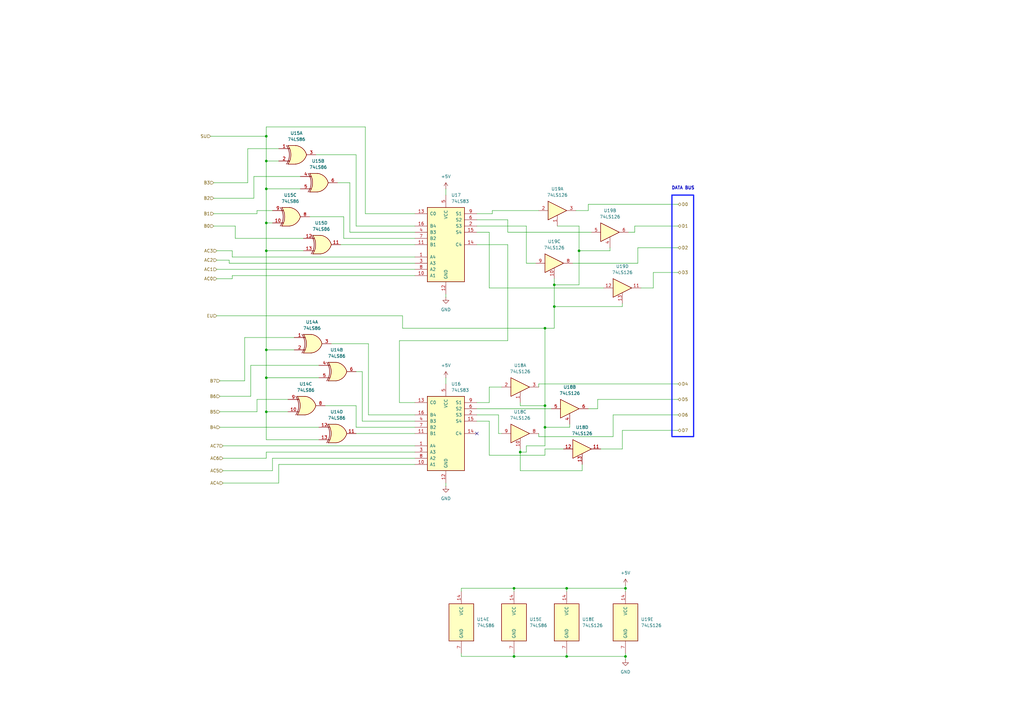
<source format=kicad_sch>
(kicad_sch (version 20231120) (generator "eeschema") (generator_version "8.0")
  (paper "A3")
  (title_block (title "ISAP-1 COMPUTER") (date "2025-01-19") (rev "Version 1.1") (comment 1 "by Linca Marius Gheorghe") (comment 3 "ISAP-1 Computer Model A"))
  (lib_symbols
    (symbol "74xx:74LS126" (pin_names (offset 1.016))
      (property "Reference" "U" (at 0 1.27 0))
      (property "Value" "74LS126" (at 0 -1.27 0))
      (symbol "74LS126_1_0"
        (polyline (pts (xy -3.81 3.81) (xy -3.81 -3.81) (xy 3.81 0) (xy -3.81 3.81)) (stroke (width 0.254)) (fill (type background)))
        (pin input line (at 0 -6.35 90) (length 4.445) (name "~") (number "1"))
        (pin input line (at -7.62 0 0) (length 3.81) (name "~") (number "2"))
        (pin tri_state line (at 7.62 0 180) (length 3.81) (name "~") (number "3"))
      )
      (symbol "74LS126_2_0"
        (polyline (pts (xy -3.81 3.81) (xy -3.81 -3.81) (xy 3.81 0) (xy -3.81 3.81)) (stroke (width 0.254)) (fill (type background)))
        (pin input line (at 0 -6.35 90) (length 4.445) (name "~") (number "4"))
        (pin input line (at -7.62 0 0) (length 3.81) (name "~") (number "5"))
        (pin tri_state line (at 7.62 0 180) (length 3.81) (name "~") (number "6"))
      )
      (symbol "74LS126_3_0"
        (polyline (pts (xy -3.81 3.81) (xy -3.81 -3.81) (xy 3.81 0) (xy -3.81 3.81)) (stroke (width 0.254)) (fill (type background)))
        (pin input line (at 0 -6.35 90) (length 4.445) (name "~") (number "10"))
        (pin tri_state line (at 7.62 0 180) (length 3.81) (name "~") (number "8"))
        (pin input line (at -7.62 0 0) (length 3.81) (name "~") (number "9"))
      )
      (symbol "74LS126_4_0"
        (polyline (pts (xy -3.81 3.81) (xy -3.81 -3.81) (xy 3.81 0) (xy -3.81 3.81)) (stroke (width 0.254)) (fill (type background)))
        (pin tri_state line (at 7.62 0 180) (length 3.81) (name "~") (number "11"))
        (pin input line (at -7.62 0 0) (length 3.81) (name "~") (number "12"))
        (pin input line (at 0 -6.35 90) (length 4.445) (name "~") (number "13"))
      )
      (symbol "74LS126_5_0"
        (pin power_in line (at 0 12.7 270) (length 5.08) (name "VCC") (number "14"))
        (pin power_in line (at 0 -12.7 90) (length 5.08) (name "GND") (number "7"))
      )
      (symbol "74LS126_5_1"
        (rectangle (start -5.08 7.62) (end 5.08 -7.62) (stroke (width 0.254)) (fill (type background)))
      )
    )
    (symbol "74xx:74LS83" (pin_names (offset 1.016))
      (property "Reference" "U" (at -7.62 16.51 0))
      (property "Value" "74LS83" (at -7.62 -16.51 0))
      (symbol "74LS83_1_0"
        (pin input line (at -12.7 -5.08 0) (length 5.08) (name "A4") (number "1"))
        (pin input line (at -12.7 -12.7 0) (length 5.08) (name "A1") (number "10"))
        (pin input line (at -12.7 0 0) (length 5.08) (name "B1") (number "11"))
        (pin power_in line (at 0 -20.32 90) (length 5.08) (name "GND") (number "12"))
        (pin input line (at -12.7 12.7 0) (length 5.08) (name "C0") (number "13"))
        (pin output line (at 12.7 0 180) (length 5.08) (name "C4") (number "14"))
        (pin output line (at 12.7 5.08 180) (length 5.08) (name "S4") (number "15"))
        (pin input line (at -12.7 7.62 0) (length 5.08) (name "B4") (number "16"))
        (pin output line (at 12.7 7.62 180) (length 5.08) (name "S3") (number "2"))
        (pin input line (at -12.7 -7.62 0) (length 5.08) (name "A3") (number "3"))
        (pin input line (at -12.7 5.08 0) (length 5.08) (name "B3") (number "4"))
        (pin power_in line (at 0 20.32 270) (length 5.08) (name "VCC") (number "5"))
        (pin output line (at 12.7 10.16 180) (length 5.08) (name "S2") (number "6"))
        (pin input line (at -12.7 2.54 0) (length 5.08) (name "B2") (number "7"))
        (pin input line (at -12.7 -10.16 0) (length 5.08) (name "A2") (number "8"))
        (pin output line (at 12.7 12.7 180) (length 5.08) (name "S1") (number "9"))
      )
      (symbol "74LS83_1_1"
        (rectangle (start -7.62 15.24) (end 7.62 -15.24) (stroke (width 0.254)) (fill (type background)))
      )
    )
    (symbol "74xx:74LS86" (pin_names (offset 1.016))
      (property "Reference" "U" (at 0 1.27 0))
      (property "Value" "74LS86" (at 0 -1.27 0))
      (symbol "74LS86_1_0"
        (arc (start -4.4196 -3.81) (mid -3.2033 0) (end -4.4196 3.81) (stroke (width 0.254)))
        (arc (start -3.81 -3.81) (mid -2.589 0) (end -3.81 3.81) (stroke (width 0.254)))
        (arc (start -0.6096 -3.81) (mid 2.1842 -2.5851) (end 3.81 0) (stroke (width 0.254)) (fill (type background)))
        (polyline (pts (xy -3.81 -3.81) (xy -0.635 -3.81)) (stroke (width 0.254)) (fill (type background)))
        (polyline (pts (xy -3.81 3.81) (xy -0.635 3.81)) (stroke (width 0.254)) (fill (type background)))
        (polyline (pts (xy -0.635 3.81) (xy -3.81 3.81) (xy -3.81 3.81) (xy -3.556 3.4036) (xy -3.0226 2.2606) (xy -2.6924 1.0414) (xy -2.6162 -0.254) (xy -2.7686 -1.4986) (xy -3.175 -2.7178) (xy -3.81 -3.81) (xy -3.81 -3.81) (xy -0.635 -3.81)) (stroke (width -25.4)) (fill (type background)))
        (arc (start 3.81 0) (mid 2.1915 2.5936) (end -0.6096 3.81) (stroke (width 0.254)) (fill (type background)))
        (pin input line (at -7.62 2.54 0) (length 4.445) (name "~") (number "1"))
        (pin input line (at -7.62 -2.54 0) (length 4.445) (name "~") (number "2"))
        (pin output line (at 7.62 0 180) (length 3.81) (name "~") (number "3"))
      )
      (symbol "74LS86_1_1"
        (polyline (pts (xy -3.81 -2.54) (xy -3.175 -2.54)) (stroke (width 0.1524)))
        (polyline (pts (xy -3.81 2.54) (xy -3.175 2.54)) (stroke (width 0.1524)))
      )
      (symbol "74LS86_2_0"
        (arc (start -4.4196 -3.81) (mid -3.2033 0) (end -4.4196 3.81) (stroke (width 0.254)))
        (arc (start -3.81 -3.81) (mid -2.589 0) (end -3.81 3.81) (stroke (width 0.254)))
        (arc (start -0.6096 -3.81) (mid 2.1842 -2.5851) (end 3.81 0) (stroke (width 0.254)) (fill (type background)))
        (polyline (pts (xy -3.81 -3.81) (xy -0.635 -3.81)) (stroke (width 0.254)) (fill (type background)))
        (polyline (pts (xy -3.81 3.81) (xy -0.635 3.81)) (stroke (width 0.254)) (fill (type background)))
        (polyline (pts (xy -0.635 3.81) (xy -3.81 3.81) (xy -3.81 3.81) (xy -3.556 3.4036) (xy -3.0226 2.2606) (xy -2.6924 1.0414) (xy -2.6162 -0.254) (xy -2.7686 -1.4986) (xy -3.175 -2.7178) (xy -3.81 -3.81) (xy -3.81 -3.81) (xy -0.635 -3.81)) (stroke (width -25.4)) (fill (type background)))
        (arc (start 3.81 0) (mid 2.1915 2.5936) (end -0.6096 3.81) (stroke (width 0.254)) (fill (type background)))
        (pin input line (at -7.62 2.54 0) (length 4.445) (name "~") (number "4"))
        (pin input line (at -7.62 -2.54 0) (length 4.445) (name "~") (number "5"))
        (pin output line (at 7.62 0 180) (length 3.81) (name "~") (number "6"))
      )
      (symbol "74LS86_2_1"
        (polyline (pts (xy -3.81 -2.54) (xy -3.175 -2.54)) (stroke (width 0.1524)))
        (polyline (pts (xy -3.81 2.54) (xy -3.175 2.54)) (stroke (width 0.1524)))
      )
      (symbol "74LS86_3_0"
        (arc (start -4.4196 -3.81) (mid -3.2033 0) (end -4.4196 3.81) (stroke (width 0.254)))
        (arc (start -3.81 -3.81) (mid -2.589 0) (end -3.81 3.81) (stroke (width 0.254)))
        (arc (start -0.6096 -3.81) (mid 2.1842 -2.5851) (end 3.81 0) (stroke (width 0.254)) (fill (type background)))
        (polyline (pts (xy -3.81 -3.81) (xy -0.635 -3.81)) (stroke (width 0.254)) (fill (type background)))
        (polyline (pts (xy -3.81 3.81) (xy -0.635 3.81)) (stroke (width 0.254)) (fill (type background)))
        (polyline (pts (xy -0.635 3.81) (xy -3.81 3.81) (xy -3.81 3.81) (xy -3.556 3.4036) (xy -3.0226 2.2606) (xy -2.6924 1.0414) (xy -2.6162 -0.254) (xy -2.7686 -1.4986) (xy -3.175 -2.7178) (xy -3.81 -3.81) (xy -3.81 -3.81) (xy -0.635 -3.81)) (stroke (width -25.4)) (fill (type background)))
        (arc (start 3.81 0) (mid 2.1915 2.5936) (end -0.6096 3.81) (stroke (width 0.254)) (fill (type background)))
        (pin input line (at -7.62 -2.54 0) (length 4.445) (name "~") (number "10"))
        (pin output line (at 7.62 0 180) (length 3.81) (name "~") (number "8"))
        (pin input line (at -7.62 2.54 0) (length 4.445) (name "~") (number "9"))
      )
      (symbol "74LS86_3_1"
        (polyline (pts (xy -3.81 -2.54) (xy -3.175 -2.54)) (stroke (width 0.1524)))
        (polyline (pts (xy -3.81 2.54) (xy -3.175 2.54)) (stroke (width 0.1524)))
      )
      (symbol "74LS86_4_0"
        (arc (start -4.4196 -3.81) (mid -3.2033 0) (end -4.4196 3.81) (stroke (width 0.254)))
        (arc (start -3.81 -3.81) (mid -2.589 0) (end -3.81 3.81) (stroke (width 0.254)))
        (arc (start -0.6096 -3.81) (mid 2.1842 -2.5851) (end 3.81 0) (stroke (width 0.254)) (fill (type background)))
        (polyline (pts (xy -3.81 -3.81) (xy -0.635 -3.81)) (stroke (width 0.254)) (fill (type background)))
        (polyline (pts (xy -3.81 3.81) (xy -0.635 3.81)) (stroke (width 0.254)) (fill (type background)))
        (polyline (pts (xy -0.635 3.81) (xy -3.81 3.81) (xy -3.81 3.81) (xy -3.556 3.4036) (xy -3.0226 2.2606) (xy -2.6924 1.0414) (xy -2.6162 -0.254) (xy -2.7686 -1.4986) (xy -3.175 -2.7178) (xy -3.81 -3.81) (xy -3.81 -3.81) (xy -0.635 -3.81)) (stroke (width -25.4)) (fill (type background)))
        (arc (start 3.81 0) (mid 2.1915 2.5936) (end -0.6096 3.81) (stroke (width 0.254)) (fill (type background)))
        (pin output line (at 7.62 0 180) (length 3.81) (name "~") (number "11"))
        (pin input line (at -7.62 2.54 0) (length 4.445) (name "~") (number "12"))
        (pin input line (at -7.62 -2.54 0) (length 4.445) (name "~") (number "13"))
      )
      (symbol "74LS86_4_1"
        (polyline (pts (xy -3.81 -2.54) (xy -3.175 -2.54)) (stroke (width 0.1524)))
        (polyline (pts (xy -3.81 2.54) (xy -3.175 2.54)) (stroke (width 0.1524)))
      )
      (symbol "74LS86_5_0"
        (pin power_in line (at 0 12.7 270) (length 5.08) (name "VCC") (number "14"))
        (pin power_in line (at 0 -12.7 90) (length 5.08) (name "GND") (number "7"))
      )
      (symbol "74LS86_5_1"
        (rectangle (start -5.08 7.62) (end 5.08 -7.62) (stroke (width 0.254)) (fill (type background)))
      )
    )
    (symbol "power:+5V" (power) (pin_numbers hide) (pin_names (offset 0) hide)
      (property "Value" "+5V" (at 0 3.556 0))
      (symbol "+5V_0_1"
        (polyline (pts (xy -0.762 1.27) (xy 0 2.54)))
        (polyline (pts (xy 0 0) (xy 0 2.54)))
        (polyline (pts (xy 0 2.54) (xy 0.762 1.27)))
      )
      (symbol "+5V_1_1"
        (pin power_in line (at 0 0 90) (length 0) (name "~") (number "1"))
      )
    )
    (symbol "power:GND" (power) (pin_numbers hide) (pin_names (offset 0) hide)
      (property "Value" "GND" (at 0 -3.81 0))
      (symbol "GND_0_1"
        (polyline (pts (xy 0 0) (xy 0 -1.27) (xy 1.27 -1.27) (xy 0 -2.54) (xy -1.27 -1.27) (xy 0 -1.27)))
      )
      (symbol "GND_1_1"
        (pin power_in line (at 0 0 270) (length 0) (name "~") (number "1"))
      )
    )
  )
  (junction (at 232.41 269.24))
  (junction (at 210.82 241.3))
  (junction (at 227.33 125.73))
  (junction (at 232.41 241.3))
  (junction (at 223.52 166.37))
  (junction (at 109.22 143.51))
  (junction (at 256.54 269.24))
  (junction (at 109.22 55.88))
  (junction (at 109.22 154.94))
  (junction (at 256.54 241.3))
  (junction (at 223.52 134.62))
  (junction (at 227.33 116.84))
  (junction (at 109.22 66.04))
  (junction (at 223.52 175.26))
  (junction (at 109.22 77.47))
  (junction (at 109.22 91.44))
  (junction (at 109.22 168.91))
  (junction (at 237.49 102.87))
  (junction (at 210.82 269.24))
  (junction (at 109.22 102.87))
  (junction (at 213.36 185.42))
  (no_connect (at 195.58 177.8))
  (wire (pts (xy 182.88 154.94) (xy 182.88 157.48)))
  (wire (pts (xy 227.33 134.62) (xy 227.33 125.73)))
  (wire (pts (xy 109.22 66.04) (xy 109.22 77.47)))
  (wire (pts (xy 151.13 140.97) (xy 151.13 170.18)))
  (wire (pts (xy 170.18 172.72) (xy 148.59 172.72)))
  (wire (pts (xy 215.9 92.71) (xy 195.58 92.71)))
  (wire (pts (xy 215.9 182.88) (xy 215.9 185.42)))
  (wire (pts (xy 109.22 91.44) (xy 111.76 91.44)))
  (wire (pts (xy 91.44 182.88) (xy 170.18 182.88)))
  (wire (pts (xy 255.27 176.53) (xy 255.27 184.15)))
  (wire (pts (xy 102.87 162.56) (xy 90.17 162.56)))
  (wire (pts (xy 170.18 185.42) (xy 109.22 185.42)))
  (wire (pts (xy 111.76 193.04) (xy 91.44 193.04)))
  (wire (pts (xy 114.3 60.96) (xy 101.6 60.96)))
  (wire (pts (xy 140.97 97.79) (xy 140.97 88.9)))
  (wire (pts (xy 267.97 118.11) (xy 262.89 118.11)))
  (wire (pts (xy 213.36 193.04) (xy 213.36 185.42)))
  (wire (pts (xy 114.3 66.04) (xy 109.22 66.04)))
  (wire (pts (xy 101.6 74.93) (xy 87.63 74.93)))
  (wire (pts (xy 256.54 269.24) (xy 232.41 269.24)))
  (wire (pts (xy 237.49 102.87) (xy 237.49 116.84)))
  (wire (pts (xy 238.76 193.04) (xy 213.36 193.04)))
  (wire (pts (xy 242.57 95.25) (xy 208.28 95.25)))
  (wire (pts (xy 135.89 140.97) (xy 151.13 140.97)))
  (wire (pts (xy 111.76 86.36) (xy 105.41 86.36)))
  (wire (pts (xy 130.81 180.34) (xy 109.22 180.34)))
  (wire (pts (xy 165.1 134.62) (xy 223.52 134.62)))
  (wire (pts (xy 251.46 179.07) (xy 220.98 179.07)))
  (wire (pts (xy 261.62 107.95) (xy 234.95 107.95)))
  (wire (pts (xy 256.54 269.24) (xy 256.54 270.51)))
  (wire (pts (xy 149.86 52.07) (xy 109.22 52.07)))
  (wire (pts (xy 118.11 163.83) (xy 105.41 163.83)))
  (wire (pts (xy 195.58 167.64) (xy 226.06 167.64)))
  (wire (pts (xy 227.33 116.84) (xy 227.33 114.3)))
  (wire (pts (xy 87.63 81.28) (xy 104.14 81.28)))
  (wire (pts (xy 170.18 190.5) (xy 114.3 190.5)))
  (wire (pts (xy 213.36 165.1) (xy 213.36 166.37)))
  (wire (pts (xy 200.66 186.69) (xy 200.66 172.72)))
  (wire (pts (xy 200.66 95.25) (xy 195.58 95.25)))
  (wire (pts (xy 228.6 92.71) (xy 237.49 92.71)))
  (wire (pts (xy 210.82 269.24) (xy 232.41 269.24)))
  (wire (pts (xy 223.52 166.37) (xy 223.52 175.26)))
  (wire (pts (xy 114.3 190.5) (xy 114.3 198.12)))
  (wire (pts (xy 245.11 163.83) (xy 245.11 167.64)))
  (wire (pts (xy 88.9 106.68) (xy 93.98 106.68)))
  (wire (pts (xy 165.1 129.54) (xy 165.1 134.62)))
  (wire (pts (xy 109.22 154.94) (xy 109.22 168.91)))
  (wire (pts (xy 260.35 92.71) (xy 260.35 95.25)))
  (wire (pts (xy 143.51 74.93) (xy 138.43 74.93)))
  (wire (pts (xy 148.59 152.4) (xy 148.59 172.72)))
  (wire (pts (xy 220.98 179.07) (xy 220.98 177.8)))
  (wire (pts (xy 232.41 241.3) (xy 232.41 242.57)))
  (wire (pts (xy 93.98 107.95) (xy 170.18 107.95)))
  (wire (pts (xy 278.13 92.71) (xy 260.35 92.71)))
  (wire (pts (xy 195.58 100.33) (xy 208.28 100.33)))
  (wire (pts (xy 95.25 105.41) (xy 95.25 102.87)))
  (wire (pts (xy 237.49 92.71) (xy 237.49 102.87)))
  (wire (pts (xy 109.22 168.91) (xy 109.22 180.34)))
  (wire (pts (xy 247.65 118.11) (xy 200.66 118.11)))
  (wire (pts (xy 109.22 102.87) (xy 109.22 91.44)))
  (wire (pts (xy 278.13 163.83) (xy 245.11 163.83)))
  (wire (pts (xy 109.22 52.07) (xy 109.22 55.88)))
  (wire (pts (xy 111.76 187.96) (xy 111.76 193.04)))
  (wire (pts (xy 109.22 102.87) (xy 109.22 143.51)))
  (wire (pts (xy 257.81 95.25) (xy 260.35 95.25)))
  (wire (pts (xy 189.23 242.57) (xy 189.23 241.3)))
  (wire (pts (xy 204.47 177.8) (xy 204.47 170.18)))
  (wire (pts (xy 261.62 101.6) (xy 278.13 101.6)))
  (wire (pts (xy 208.28 90.17) (xy 195.58 90.17)))
  (wire (pts (xy 91.44 187.96) (xy 109.22 187.96)))
  (wire (pts (xy 233.68 175.26) (xy 223.52 175.26)))
  (wire (pts (xy 96.52 92.71) (xy 87.63 92.71)))
  (wire (pts (xy 213.36 185.42) (xy 213.36 184.15)))
  (wire (pts (xy 90.17 175.26) (xy 130.81 175.26)))
  (wire (pts (xy 146.05 177.8) (xy 170.18 177.8)))
  (wire (pts (xy 250.19 101.6) (xy 250.19 102.87)))
  (wire (pts (xy 201.93 86.36) (xy 201.93 87.63)))
  (wire (pts (xy 200.66 158.75) (xy 200.66 165.1)))
  (wire (pts (xy 95.25 105.41) (xy 170.18 105.41)))
  (wire (pts (xy 86.36 55.88) (xy 109.22 55.88)))
  (wire (pts (xy 215.9 185.42) (xy 213.36 185.42)))
  (wire (pts (xy 109.22 143.51) (xy 120.65 143.51)))
  (wire (pts (xy 105.41 86.36) (xy 105.41 87.63)))
  (wire (pts (xy 241.3 86.36) (xy 236.22 86.36)))
  (wire (pts (xy 205.74 177.8) (xy 204.47 177.8)))
  (wire (pts (xy 170.18 187.96) (xy 111.76 187.96)))
  (wire (pts (xy 95.25 114.3) (xy 88.9 114.3)))
  (wire (pts (xy 146.05 92.71) (xy 146.05 63.5)))
  (wire (pts (xy 238.76 190.5) (xy 238.76 193.04)))
  (wire (pts (xy 256.54 267.97) (xy 256.54 269.24)))
  (wire (pts (xy 182.88 198.12) (xy 182.88 199.39)))
  (wire (pts (xy 223.52 186.69) (xy 200.66 186.69)))
  (wire (pts (xy 195.58 165.1) (xy 200.66 165.1)))
  (wire (pts (xy 139.7 100.33) (xy 170.18 100.33)))
  (wire (pts (xy 182.88 77.47) (xy 182.88 80.01)))
  (wire (pts (xy 232.41 269.24) (xy 232.41 267.97)))
  (wire (pts (xy 130.81 149.86) (xy 102.87 149.86)))
  (wire (pts (xy 215.9 107.95) (xy 215.9 92.71)))
  (wire (pts (xy 109.22 168.91) (xy 118.11 168.91)))
  (wire (pts (xy 114.3 198.12) (xy 91.44 198.12)))
  (wire (pts (xy 208.28 95.25) (xy 208.28 90.17)))
  (wire (pts (xy 93.98 107.95) (xy 93.98 106.68)))
  (wire (pts (xy 227.33 116.84) (xy 227.33 125.73)))
  (wire (pts (xy 255.27 125.73) (xy 227.33 125.73)))
  (wire (pts (xy 109.22 154.94) (xy 130.81 154.94)))
  (wire (pts (xy 105.41 87.63) (xy 87.63 87.63)))
  (wire (pts (xy 213.36 166.37) (xy 223.52 166.37)))
  (wire (pts (xy 123.19 77.47) (xy 109.22 77.47)))
  (wire (pts (xy 210.82 267.97) (xy 210.82 269.24)))
  (wire (pts (xy 100.33 138.43) (xy 100.33 156.21)))
  (wire (pts (xy 223.52 175.26) (xy 223.52 182.88)))
  (wire (pts (xy 223.52 182.88) (xy 215.9 182.88)))
  (wire (pts (xy 200.66 172.72) (xy 195.58 172.72)))
  (wire (pts (xy 210.82 242.57) (xy 210.82 241.3)))
  (wire (pts (xy 237.49 102.87) (xy 250.19 102.87)))
  (wire (pts (xy 102.87 149.86) (xy 102.87 162.56)))
  (wire (pts (xy 201.93 87.63) (xy 195.58 87.63)))
  (wire (pts (xy 189.23 267.97) (xy 189.23 269.24)))
  (wire (pts (xy 163.83 165.1) (xy 170.18 165.1)))
  (wire (pts (xy 255.27 124.46) (xy 255.27 125.73)))
  (wire (pts (xy 170.18 175.26) (xy 146.05 175.26)))
  (wire (pts (xy 109.22 185.42) (xy 109.22 187.96)))
  (wire (pts (xy 170.18 113.03) (xy 95.25 113.03)))
  (wire (pts (xy 182.88 120.65) (xy 182.88 121.92)))
  (wire (pts (xy 241.3 83.82) (xy 241.3 86.36)))
  (wire (pts (xy 233.68 173.99) (xy 233.68 175.26)))
  (wire (pts (xy 210.82 241.3) (xy 232.41 241.3)))
  (wire (pts (xy 208.28 100.33) (xy 208.28 139.7)))
  (wire (pts (xy 100.33 156.21) (xy 90.17 156.21)))
  (wire (pts (xy 109.22 102.87) (xy 124.46 102.87)))
  (wire (pts (xy 223.52 184.15) (xy 223.52 186.69)))
  (wire (pts (xy 278.13 111.76) (xy 267.97 111.76)))
  (wire (pts (xy 237.49 116.84) (xy 227.33 116.84)))
  (wire (pts (xy 109.22 77.47) (xy 109.22 91.44)))
  (wire (pts (xy 261.62 101.6) (xy 261.62 107.95)))
  (wire (pts (xy 149.86 87.63) (xy 149.86 52.07)))
  (wire (pts (xy 95.25 102.87) (xy 88.9 102.87)))
  (wire (pts (xy 256.54 241.3) (xy 232.41 241.3)))
  (wire (pts (xy 219.71 107.95) (xy 215.9 107.95)))
  (wire (pts (xy 163.83 139.7) (xy 163.83 165.1)))
  (wire (pts (xy 109.22 55.88) (xy 109.22 66.04)))
  (wire (pts (xy 90.17 168.91) (xy 105.41 168.91)))
  (wire (pts (xy 220.98 86.36) (xy 201.93 86.36)))
  (wire (pts (xy 189.23 241.3) (xy 210.82 241.3)))
  (wire (pts (xy 251.46 170.18) (xy 251.46 179.07)))
  (wire (pts (xy 104.14 72.39) (xy 104.14 81.28)))
  (wire (pts (xy 109.22 143.51) (xy 109.22 154.94)))
  (wire (pts (xy 220.98 157.48) (xy 220.98 158.75)))
  (wire (pts (xy 220.98 157.48) (xy 278.13 157.48)))
  (wire (pts (xy 120.65 138.43) (xy 100.33 138.43)))
  (wire (pts (xy 88.9 129.54) (xy 165.1 129.54)))
  (wire (pts (xy 170.18 170.18) (xy 151.13 170.18)))
  (wire (pts (xy 256.54 242.57) (xy 256.54 241.3)))
  (wire (pts (xy 101.6 60.96) (xy 101.6 74.93)))
  (wire (pts (xy 255.27 184.15) (xy 246.38 184.15)))
  (wire (pts (xy 189.23 269.24) (xy 210.82 269.24)))
  (wire (pts (xy 105.41 163.83) (xy 105.41 168.91)))
  (wire (pts (xy 256.54 240.03) (xy 256.54 241.3)))
  (wire (pts (xy 231.14 184.15) (xy 223.52 184.15)))
  (wire (pts (xy 148.59 152.4) (xy 146.05 152.4)))
  (wire (pts (xy 241.3 167.64) (xy 245.11 167.64)))
  (wire (pts (xy 143.51 74.93) (xy 143.51 95.25)))
  (wire (pts (xy 223.52 134.62) (xy 227.33 134.62)))
  (wire (pts (xy 200.66 118.11) (xy 200.66 95.25)))
  (wire (pts (xy 88.9 110.49) (xy 170.18 110.49)))
  (wire (pts (xy 267.97 111.76) (xy 267.97 118.11)))
  (wire (pts (xy 124.46 97.79) (xy 96.52 97.79)))
  (wire (pts (xy 195.58 170.18) (xy 204.47 170.18)))
  (wire (pts (xy 278.13 170.18) (xy 251.46 170.18)))
  (wire (pts (xy 205.74 158.75) (xy 200.66 158.75)))
  (wire (pts (xy 146.05 166.37) (xy 133.35 166.37)))
  (wire (pts (xy 208.28 139.7) (xy 163.83 139.7)))
  (wire (pts (xy 123.19 72.39) (xy 104.14 72.39)))
  (wire (pts (xy 140.97 88.9) (xy 127 88.9)))
  (wire (pts (xy 241.3 83.82) (xy 278.13 83.82)))
  (wire (pts (xy 96.52 97.79) (xy 96.52 92.71)))
  (wire (pts (xy 95.25 113.03) (xy 95.25 114.3)))
  (wire (pts (xy 170.18 92.71) (xy 146.05 92.71)))
  (wire (pts (xy 278.13 176.53) (xy 255.27 176.53)))
  (wire (pts (xy 170.18 87.63) (xy 149.86 87.63)))
  (wire (pts (xy 129.54 63.5) (xy 146.05 63.5)))
  (wire (pts (xy 223.52 134.62) (xy 223.52 166.37)))
  (wire (pts (xy 146.05 175.26) (xy 146.05 166.37)))
  (wire (pts (xy 170.18 97.79) (xy 140.97 97.79)))
  (wire (pts (xy 170.18 95.25) (xy 143.51 95.25)))
  (rectangle (start 275.59 80.01) (end 284.48 179.07) (stroke (width 0.508) (color 21 31 255 1)))
  (text "DATA BUS" (at 280.162 77.216 0) (effects (font (size 1.27 1.27) (thickness 0.254) (bold yes))))
  (hierarchical_label "D1" (shape tri_state) (at 278.13 92.71 0))
  (hierarchical_label "AC3" (shape input) (at 88.9 102.87 180))
  (hierarchical_label "AC4" (shape input) (at 91.44 198.12 180))
  (hierarchical_label "AC0" (shape input) (at 88.9 114.3 180))
  (hierarchical_label "B6" (shape input) (at 90.17 162.56 180))
  (hierarchical_label "AC5" (shape input) (at 91.44 193.04 180))
  (hierarchical_label "B0" (shape input) (at 87.63 92.71 180))
  (hierarchical_label "D7" (shape tri_state) (at 278.13 176.53 0))
  (hierarchical_label "D0" (shape tri_state) (at 278.13 83.82 0))
  (hierarchical_label "B1" (shape input) (at 87.63 87.63 180))
  (hierarchical_label "AC7" (shape input) (at 91.44 182.88 180))
  (hierarchical_label "D3" (shape tri_state) (at 278.13 111.76 0))
  (hierarchical_label "B3" (shape input) (at 87.63 74.93 180))
  (hierarchical_label "B2" (shape input) (at 87.63 81.28 180))
  (hierarchical_label "D5" (shape tri_state) (at 278.13 163.83 0))
  (hierarchical_label "B4" (shape input) (at 90.17 175.26 180))
  (hierarchical_label "D4" (shape tri_state) (at 278.13 157.48 0))
  (hierarchical_label "D2" (shape tri_state) (at 278.13 101.6 0))
  (hierarchical_label "EU" (shape input) (at 88.9 129.54 180))
  (hierarchical_label "B7" (shape input) (at 90.17 156.21 180))
  (hierarchical_label "AC6" (shape input) (at 91.44 187.96 180))
  (hierarchical_label "AC1" (shape input) (at 88.9 110.49 180))
  (hierarchical_label "D6" (shape tri_state) (at 278.13 170.18 0))
  (hierarchical_label "SU" (shape input) (at 86.36 55.88 180))
  (hierarchical_label "AC2" (shape input) (at 88.9 106.68 180))
  (hierarchical_label "B5" (shape input) (at 90.17 168.91 180))
  (symbol (lib_id "74xx:74LS86") (at 138.43 177.8 0) (unit 4)
    (property "Reference" "U14" (at 138.1252 168.91 0))
    (property "Value" "74LS86" (at 138.1252 171.45 0))
    (property "Footprint" "Package_DIP:DIP-14_W7.62mm_LongPads" (effects (hide yes)))
    (property "Datasheet" "74xx/74ls86.pdf" (effects (hide yes)))
    (property "Description" "Quad 2-input XOR" (effects (hide yes)))
  )
  (symbol (lib_id "74xx:74LS83") (at 182.88 100.33 0) (unit 1)
    (property "Reference" "U17" (at 185.0741 80.01 0) (effects (justify left)))
    (property "Value" "74LS83" (at 185.0741 82.55 0) (effects (justify left)))
    (property "Footprint" "Package_DIP:DIP-16_W7.62mm_LongPads" (effects (hide yes)))
    (property "Datasheet" "http://www.ti.com/lit/gpn/sn74LS83" (effects (hide yes)))
    (property "Description" "4-bit Full Adder" (effects (hide yes)))
  )
  (symbol (lib_id "power:+5V") (at 182.88 77.47 0) (unit 1)
    (property "Reference" "#PWR045" (effects (hide yes)))
    (property "Value" "+5V" (at 182.88 72.39 0))
    (property "Description" "Power symbol creates a global label with name \"+5V\"" (effects (hide yes)))
  )
  (symbol (lib_id "74xx:74LS83") (at 182.88 177.8 0) (unit 1)
    (property "Reference" "U16" (at 185.0741 157.48 0) (effects (justify left)))
    (property "Value" "74LS83" (at 185.0741 160.02 0) (effects (justify left)))
    (property "Footprint" "Package_DIP:DIP-16_W7.62mm_LongPads" (effects (hide yes)))
    (property "Datasheet" "http://www.ti.com/lit/gpn/sn74LS83" (effects (hide yes)))
    (property "Description" "4-bit Full Adder" (effects (hide yes)))
  )
  (symbol (lib_id "power:GND") (at 256.54 270.51 0) (unit 1)
    (property "Reference" "#PWR02" (effects (hide yes)))
    (property "Value" "GND" (at 256.54 275.59 0))
    (property "Description" "Power symbol creates a global label with name \"GND\" , ground" (effects (hide yes)))
  )
  (symbol (lib_id "74xx:74LS126") (at 232.41 255.27 0) (unit 5)
    (property "Reference" "U18" (at 238.76 253.9999 0) (effects (justify left)))
    (property "Value" "74LS126" (at 238.76 256.5399 0) (effects (justify left)))
    (property "Footprint" "Package_DIP:DIP-14_W7.62mm_LongPads" (effects (hide yes)))
    (property "Datasheet" "http://www.ti.com/lit/gpn/sn74LS126" (effects (hide yes)))
    (property "Description" "Quad buffer 3-State outputs" (effects (hide yes)))
  )
  (symbol (lib_id "74xx:74LS86") (at 130.81 74.93 0) (unit 2)
    (property "Reference" "U15" (at 130.5052 66.04 0))
    (property "Value" "74LS86" (at 130.5052 68.58 0))
    (property "Footprint" "Package_DIP:DIP-14_W7.62mm_LongPads" (effects (hide yes)))
    (property "Datasheet" "74xx/74ls86.pdf" (effects (hide yes)))
    (property "Description" "Quad 2-input XOR" (effects (hide yes)))
  )
  (symbol (lib_id "74xx:74LS86") (at 138.43 152.4 0) (unit 2)
    (property "Reference" "U14" (at 138.1252 143.51 0))
    (property "Value" "74LS86" (at 138.1252 146.05 0))
    (property "Footprint" "Package_DIP:DIP-14_W7.62mm_LongPads" (effects (hide yes)))
    (property "Datasheet" "74xx/74ls86.pdf" (effects (hide yes)))
    (property "Description" "Quad 2-input XOR" (effects (hide yes)))
  )
  (symbol (lib_id "power:GND") (at 182.88 121.92 0) (unit 1)
    (property "Reference" "#PWR047" (effects (hide yes)))
    (property "Value" "GND" (at 182.88 127 0))
    (property "Description" "Power symbol creates a global label with name \"GND\" , ground" (effects (hide yes)))
  )
  (symbol (lib_id "74xx:74LS126") (at 250.19 95.25 0) (unit 2)
    (property "Reference" "U19" (at 250.19 86.36 0))
    (property "Value" "74LS126" (at 250.19 88.9 0))
    (property "Footprint" "Package_DIP:DIP-14_W7.62mm_LongPads" (effects (hide yes)))
    (property "Datasheet" "http://www.ti.com/lit/gpn/sn74LS126" (effects (hide yes)))
    (property "Description" "Quad buffer 3-State outputs" (effects (hide yes)))
  )
  (symbol (lib_id "74xx:74LS86") (at 128.27 140.97 0) (unit 1)
    (property "Reference" "U14" (at 127.9652 132.08 0))
    (property "Value" "74LS86" (at 127.9652 134.62 0))
    (property "Footprint" "Package_DIP:DIP-14_W7.62mm_LongPads" (effects (hide yes)))
    (property "Datasheet" "74xx/74ls86.pdf" (effects (hide yes)))
    (property "Description" "Quad 2-input XOR" (effects (hide yes)))
  )
  (symbol (lib_id "74xx:74LS126") (at 233.68 167.64 0) (unit 2)
    (property "Reference" "U18" (at 233.68 158.75 0))
    (property "Value" "74LS126" (at 233.68 161.29 0))
    (property "Footprint" "Package_DIP:DIP-14_W7.62mm_LongPads" (effects (hide yes)))
    (property "Datasheet" "http://www.ti.com/lit/gpn/sn74LS126" (effects (hide yes)))
    (property "Description" "Quad buffer 3-State outputs" (effects (hide yes)))
  )
  (symbol (lib_id "74xx:74LS86") (at 119.38 88.9 0) (unit 3)
    (property "Reference" "U15" (at 119.0752 80.01 0))
    (property "Value" "74LS86" (at 119.0752 82.55 0))
    (property "Footprint" "Package_DIP:DIP-14_W7.62mm_LongPads" (effects (hide yes)))
    (property "Datasheet" "74xx/74ls86.pdf" (effects (hide yes)))
    (property "Description" "Quad 2-input XOR" (effects (hide yes)))
  )
  (symbol (lib_id "74xx:74LS86") (at 125.73 166.37 0) (unit 3)
    (property "Reference" "U14" (at 125.4252 157.48 0))
    (property "Value" "74LS86" (at 125.4252 160.02 0))
    (property "Footprint" "Package_DIP:DIP-14_W7.62mm_LongPads" (effects (hide yes)))
    (property "Datasheet" "74xx/74ls86.pdf" (effects (hide yes)))
    (property "Description" "Quad 2-input XOR" (effects (hide yes)))
  )
  (symbol (lib_id "74xx:74LS86") (at 189.23 255.27 0) (unit 5)
    (property "Reference" "U14" (at 195.58 253.9999 0) (effects (justify left)))
    (property "Value" "74LS86" (at 195.58 256.5399 0) (effects (justify left)))
    (property "Footprint" "Package_DIP:DIP-14_W7.62mm_LongPads" (effects (hide yes)))
    (property "Datasheet" "74xx/74ls86.pdf" (effects (hide yes)))
    (property "Description" "Quad 2-input XOR" (effects (hide yes)))
  )
  (symbol (lib_id "74xx:74LS86") (at 210.82 255.27 0) (unit 5)
    (property "Reference" "U15" (at 217.17 253.9999 0) (effects (justify left)))
    (property "Value" "74LS86" (at 217.17 256.5399 0) (effects (justify left)))
    (property "Footprint" "Package_DIP:DIP-14_W7.62mm_LongPads" (effects (hide yes)))
    (property "Datasheet" "74xx/74ls86.pdf" (effects (hide yes)))
    (property "Description" "Quad 2-input XOR" (effects (hide yes)))
  )
  (symbol (lib_id "power:GND") (at 182.88 199.39 0) (unit 1)
    (property "Reference" "#PWR046" (effects (hide yes)))
    (property "Value" "GND" (at 182.88 204.47 0))
    (property "Description" "Power symbol creates a global label with name \"GND\" , ground" (effects (hide yes)))
  )
  (symbol (lib_id "power:+5V") (at 256.54 240.03 0) (unit 1)
    (property "Reference" "#PWR01" (effects (hide yes)))
    (property "Value" "+5V" (at 256.54 234.95 0))
    (property "Description" "Power symbol creates a global label with name \"+5V\"" (effects (hide yes)))
  )
  (symbol (lib_id "74xx:74LS86") (at 132.08 100.33 0) (unit 4)
    (property "Reference" "U15" (at 131.7752 91.44 0))
    (property "Value" "74LS86" (at 131.7752 93.98 0))
    (property "Footprint" "Package_DIP:DIP-14_W7.62mm_LongPads" (effects (hide yes)))
    (property "Datasheet" "74xx/74ls86.pdf" (effects (hide yes)))
    (property "Description" "Quad 2-input XOR" (effects (hide yes)))
  )
  (symbol (lib_id "74xx:74LS126") (at 238.76 184.15 0) (unit 4)
    (property "Reference" "U18" (at 238.76 175.26 0))
    (property "Value" "74LS126" (at 238.76 177.8 0))
    (property "Footprint" "Package_DIP:DIP-14_W7.62mm_LongPads" (effects (hide yes)))
    (property "Datasheet" "http://www.ti.com/lit/gpn/sn74LS126" (effects (hide yes)))
    (property "Description" "Quad buffer 3-State outputs" (effects (hide yes)))
  )
  (symbol (lib_id "74xx:74LS126") (at 213.36 177.8 0) (unit 3)
    (property "Reference" "U18" (at 213.36 168.91 0))
    (property "Value" "74LS126" (at 213.36 171.45 0))
    (property "Footprint" "Package_DIP:DIP-14_W7.62mm_LongPads" (effects (hide yes)))
    (property "Datasheet" "http://www.ti.com/lit/gpn/sn74LS126" (effects (hide yes)))
    (property "Description" "Quad buffer 3-State outputs" (effects (hide yes)))
  )
  (symbol (lib_id "74xx:74LS126") (at 213.36 158.75 0) (unit 1)
    (property "Reference" "U18" (at 213.36 149.86 0))
    (property "Value" "74LS126" (at 213.36 152.4 0))
    (property "Footprint" "Package_DIP:DIP-14_W7.62mm_LongPads" (effects (hide yes)))
    (property "Datasheet" "http://www.ti.com/lit/gpn/sn74LS126" (effects (hide yes)))
    (property "Description" "Quad buffer 3-State outputs" (effects (hide yes)))
  )
  (symbol (lib_id "74xx:74LS126") (at 256.54 255.27 0) (unit 5)
    (property "Reference" "U19" (at 262.89 253.9999 0) (effects (justify left)))
    (property "Value" "74LS126" (at 262.89 256.5399 0) (effects (justify left)))
    (property "Footprint" "Package_DIP:DIP-14_W7.62mm_LongPads" (effects (hide yes)))
    (property "Datasheet" "http://www.ti.com/lit/gpn/sn74LS126" (effects (hide yes)))
    (property "Description" "Quad buffer 3-State outputs" (effects (hide yes)))
  )
  (symbol (lib_id "power:+5V") (at 182.88 154.94 0) (unit 1)
    (property "Reference" "#PWR044" (effects (hide yes)))
    (property "Value" "+5V" (at 182.88 149.86 0))
    (property "Description" "Power symbol creates a global label with name \"+5V\"" (effects (hide yes)))
  )
  (symbol (lib_id "74xx:74LS86") (at 121.92 63.5 0) (unit 1)
    (property "Reference" "U15" (at 121.6152 54.61 0))
    (property "Value" "74LS86" (at 121.6152 57.15 0))
    (property "Footprint" "Package_DIP:DIP-14_W7.62mm_LongPads" (effects (hide yes)))
    (property "Datasheet" "74xx/74ls86.pdf" (effects (hide yes)))
    (property "Description" "Quad 2-input XOR" (effects (hide yes)))
  )
  (symbol (lib_id "74xx:74LS126") (at 227.33 107.95 0) (unit 3)
    (property "Reference" "U19" (at 227.33 99.06 0))
    (property "Value" "74LS126" (at 227.33 101.6 0))
    (property "Footprint" "Package_DIP:DIP-14_W7.62mm_LongPads" (effects (hide yes)))
    (property "Datasheet" "http://www.ti.com/lit/gpn/sn74LS126" (effects (hide yes)))
    (property "Description" "Quad buffer 3-State outputs" (effects (hide yes)))
  )
  (symbol (lib_id "74xx:74LS126") (at 255.27 118.11 0) (unit 4)
    (property "Reference" "U19" (at 255.27 109.22 0))
    (property "Value" "74LS126" (at 255.27 111.76 0))
    (property "Footprint" "Package_DIP:DIP-14_W7.62mm_LongPads" (effects (hide yes)))
    (property "Datasheet" "http://www.ti.com/lit/gpn/sn74LS126" (effects (hide yes)))
    (property "Description" "Quad buffer 3-State outputs" (effects (hide yes)))
  )
  (symbol (lib_id "74xx:74LS126") (at 228.6 86.36 0) (unit 1)
    (property "Reference" "U19" (at 228.6 77.47 0))
    (property "Value" "74LS126" (at 228.6 80.01 0))
    (property "Footprint" "Package_DIP:DIP-14_W7.62mm_LongPads" (effects (hide yes)))
    (property "Datasheet" "http://www.ti.com/lit/gpn/sn74LS126" (effects (hide yes)))
    (property "Description" "Quad buffer 3-State outputs" (effects (hide yes)))
  )
)
</source>
